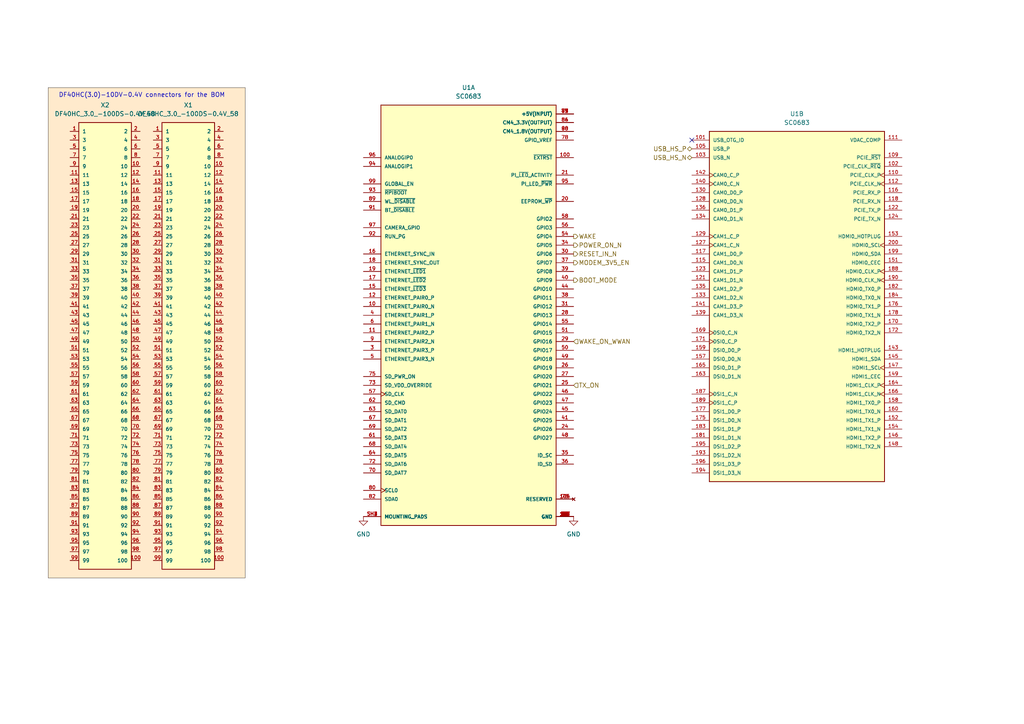
<source format=kicad_sch>
(kicad_sch (version 20250114) (generator "eeschema") (generator_version "9.0")
  (paper "A4")
  (lib_symbols
    (symbol "DF40HC_3.0_-100DS-0.4V_58:DF40HC_3.0_-100DS-0.4V_58" (pin_names (offset 1.016))
      (property "Reference" "X" (at -7.6228 63.523 0))
      (property "Value" "DF40HC_3.0_-100DS-0.4V_58" (at -7.6316 -68.6844 0))
      (symbol "DF40HC_3.0_-100DS-0.4V_58_0_0"
        (rectangle (start -7.62 -66.04) (end 7.62 63.5) (stroke (width 0.254)) (fill (type background)))
        (pin passive line (at -10.16 60.96 0) (length 2.54) (name "1") (number "1"))
        (pin passive line (at -10.16 58.42 0) (length 2.54) (name "3") (number "3"))
        (pin passive line (at -10.16 55.88 0) (length 2.54) (name "5") (number "5"))
        (pin passive line (at -10.16 53.34 0) (length 2.54) (name "7") (number "7"))
        (pin passive line (at -10.16 50.8 0) (length 2.54) (name "9") (number "9"))
        (pin passive line (at -10.16 48.26 0) (length 2.54) (name "11") (number "11"))
        (pin passive line (at -10.16 45.72 0) (length 2.54) (name "13") (number "13"))
        (pin passive line (at -10.16 43.18 0) (length 2.54) (name "15") (number "15"))
        (pin passive line (at -10.16 40.64 0) (length 2.54) (name "17") (number "17"))
        (pin passive line (at -10.16 38.1 0) (length 2.54) (name "19") (number "19"))
        (pin passive line (at -10.16 35.56 0) (length 2.54) (name "21") (number "21"))
        (pin passive line (at -10.16 33.02 0) (length 2.54) (name "23") (number "23"))
        (pin passive line (at -10.16 30.48 0) (length 2.54) (name "25") (number "25"))
        (pin passive line (at -10.16 27.94 0) (length 2.54) (name "27") (number "27"))
        (pin passive line (at -10.16 25.4 0) (length 2.54) (name "29") (number "29"))
        (pin passive line (at -10.16 22.86 0) (length 2.54) (name "31") (number "31"))
        (pin passive line (at -10.16 20.32 0) (length 2.54) (name "33") (number "33"))
        (pin passive line (at -10.16 17.78 0) (length 2.54) (name "35") (number "35"))
        (pin passive line (at -10.16 15.24 0) (length 2.54) (name "37") (number "37"))
        (pin passive line (at -10.16 12.7 0) (length 2.54) (name "39") (number "39"))
        (pin passive line (at -10.16 10.16 0) (length 2.54) (name "41") (number "41"))
        (pin passive line (at -10.16 7.62 0) (length 2.54) (name "43") (number "43"))
        (pin passive line (at -10.16 5.08 0) (length 2.54) (name "45") (number "45"))
        (pin passive line (at -10.16 2.54 0) (length 2.54) (name "47") (number "47"))
        (pin passive line (at -10.16 0 0) (length 2.54) (name "49") (number "49"))
        (pin passive line (at -10.16 -2.54 0) (length 2.54) (name "51") (number "51"))
        (pin passive line (at -10.16 -5.08 0) (length 2.54) (name "53") (number "53"))
        (pin passive line (at -10.16 -7.62 0) (length 2.54) (name "55") (number "55"))
        (pin passive line (at -10.16 -10.16 0) (length 2.54) (name "57") (number "57"))
        (pin passive line (at -10.16 -12.7 0) (length 2.54) (name "59") (number "59"))
        (pin passive line (at -10.16 -15.24 0) (length 2.54) (name "61") (number "61"))
        (pin passive line (at -10.16 -17.78 0) (length 2.54) (name "63") (number "63"))
        (pin passive line (at -10.16 -20.32 0) (length 2.54) (name "65") (number "65"))
        (pin passive line (at -10.16 -22.86 0) (length 2.54) (name "67") (number "67"))
        (pin passive line (at -10.16 -25.4 0) (length 2.54) (name "69") (number "69"))
        (pin passive line (at -10.16 -27.94 0) (length 2.54) (name "71") (number "71"))
        (pin passive line (at -10.16 -30.48 0) (length 2.54) (name "73") (number "73"))
        (pin passive line (at -10.16 -33.02 0) (length 2.54) (name "75") (number "75"))
        (pin passive line (at -10.16 -35.56 0) (length 2.54) (name "77") (number "77"))
        (pin passive line (at -10.16 -38.1 0) (length 2.54) (name "79") (number "79"))
        (pin passive line (at -10.16 -40.64 0) (length 2.54) (name "81") (number "81"))
        (pin passive line (at -10.16 -43.18 0) (length 2.54) (name "83") (number "83"))
        (pin passive line (at -10.16 -45.72 0) (length 2.54) (name "85") (number "85"))
        (pin passive line (at -10.16 -48.26 0) (length 2.54) (name "87") (number "87"))
        (pin passive line (at -10.16 -50.8 0) (length 2.54) (name "89") (number "89"))
        (pin passive line (at -10.16 -53.34 0) (length 2.54) (name "91") (number "91"))
        (pin passive line (at -10.16 -55.88 0) (length 2.54) (name "93") (number "93"))
        (pin passive line (at -10.16 -58.42 0) (length 2.54) (name "95") (number "95"))
        (pin passive line (at -10.16 -60.96 0) (length 2.54) (name "97") (number "97"))
        (pin passive line (at -10.16 -63.5 0) (length 2.54) (name "99") (number "99"))
        (pin passive line (at 10.16 60.96 180) (length 2.54) (name "2") (number "2"))
        (pin passive line (at 10.16 58.42 180) (length 2.54) (name "4") (number "4"))
        (pin passive line (at 10.16 55.88 180) (length 2.54) (name "6") (number "6"))
        (pin passive line (at 10.16 53.34 180) (length 2.54) (name "8") (number "8"))
        (pin passive line (at 10.16 50.8 180) (length 2.54) (name "10") (number "10"))
        (pin passive line (at 10.16 48.26 180) (length 2.54) (name "12") (number "12"))
        (pin passive line (at 10.16 45.72 180) (length 2.54) (name "14") (number "14"))
        (pin passive line (at 10.16 43.18 180) (length 2.54) (name "16") (number "16"))
        (pin passive line (at 10.16 40.64 180) (length 2.54) (name "18") (number "18"))
        (pin passive line (at 10.16 38.1 180) (length 2.54) (name "20") (number "20"))
        (pin passive line (at 10.16 35.56 180) (length 2.54) (name "22") (number "22"))
        (pin passive line (at 10.16 33.02 180) (length 2.54) (name "24") (number "24"))
        (pin passive line (at 10.16 30.48 180) (length 2.54) (name "26") (number "26"))
        (pin passive line (at 10.16 27.94 180) (length 2.54) (name "28") (number "28"))
        (pin passive line (at 10.16 25.4 180) (length 2.54) (name "30") (number "30"))
        (pin passive line (at 10.16 22.86 180) (length 2.54) (name "32") (number "32"))
        (pin passive line (at 10.16 20.32 180) (length 2.54) (name "34") (number "34"))
        (pin passive line (at 10.16 17.78 180) (length 2.54) (name "36") (number "36"))
        (pin passive line (at 10.16 15.24 180) (length 2.54) (name "38") (number "38"))
        (pin passive line (at 10.16 12.7 180) (length 2.54) (name "40") (number "40"))
        (pin passive line (at 10.16 10.16 180) (length 2.54) (name "42") (number "42"))
        (pin passive line (at 10.16 7.62 180) (length 2.54) (name "44") (number "44"))
        (pin passive line (at 10.16 5.08 180) (length 2.54) (name "46") (number "46"))
        (pin passive line (at 10.16 2.54 180) (length 2.54) (name "48") (number "48"))
        (pin passive line (at 10.16 0 180) (length 2.54) (name "50") (number "50"))
        (pin passive line (at 10.16 -2.54 180) (length 2.54) (name "52") (number "52"))
        (pin passive line (at 10.16 -5.08 180) (length 2.54) (name "54") (number "54"))
        (pin passive line (at 10.16 -7.62 180) (length 2.54) (name "56") (number "56"))
        (pin passive line (at 10.16 -10.16 180) (length 2.54) (name "58") (number "58"))
        (pin passive line (at 10.16 -12.7 180) (length 2.54) (name "60") (number "60"))
        (pin passive line (at 10.16 -15.24 180) (length 2.54) (name "62") (number "62"))
        (pin passive line (at 10.16 -17.78 180) (length 2.54) (name "64") (number "64"))
        (pin passive line (at 10.16 -20.32 180) (length 2.54) (name "66") (number "66"))
        (pin passive line (at 10.16 -22.86 180) (length 2.54) (name "68") (number "68"))
        (pin passive line (at 10.16 -25.4 180) (length 2.54) (name "70") (number "70"))
        (pin passive line (at 10.16 -27.94 180) (length 2.54) (name "72") (number "72"))
        (pin passive line (at 10.16 -30.48 180) (length 2.54) (name "74") (number "74"))
        (pin passive line (at 10.16 -33.02 180) (length 2.54) (name "76") (number "76"))
        (pin passive line (at 10.16 -35.56 180) (length 2.54) (name "78") (number "78"))
        (pin passive line (at 10.16 -38.1 180) (length 2.54) (name "80") (number "80"))
        (pin passive line (at 10.16 -40.64 180) (length 2.54) (name "82") (number "82"))
        (pin passive line (at 10.16 -43.18 180) (length 2.54) (name "84") (number "84"))
        (pin passive line (at 10.16 -45.72 180) (length 2.54) (name "86") (number "86"))
        (pin passive line (at 10.16 -48.26 180) (length 2.54) (name "88") (number "88"))
        (pin passive line (at 10.16 -50.8 180) (length 2.54) (name "90") (number "90"))
        (pin passive line (at 10.16 -53.34 180) (length 2.54) (name "92") (number "92"))
        (pin passive line (at 10.16 -55.88 180) (length 2.54) (name "94") (number "94"))
        (pin passive line (at 10.16 -58.42 180) (length 2.54) (name "96") (number "96"))
        (pin passive line (at 10.16 -60.96 180) (length 2.54) (name "98") (number "98"))
        (pin passive line (at 10.16 -63.5 180) (length 2.54) (name "100") (number "100"))
      )
    )
    (symbol "SC0683:SC0683" (pin_names (offset 1.016))
      (property "Reference" "U" (at -25.4 61.722 0))
      (property "Value" "SC0683" (at -25.4 -61.722 0))
      (symbol "SC0683_1_0"
        (rectangle (start -25.4 -60.96) (end 25.4 60.96) (stroke (width 0.254)) (fill (type background)))
        (pin input line (at -30.48 45.72 0) (length 5.08) (name "ANALOGIP0") (number "96"))
        (pin input line (at -30.48 43.18 0) (length 5.08) (name "ANALOGIP1") (number "94"))
        (pin input line (at -30.48 38.1 0) (length 5.08) (name "GLOBAL_EN") (number "99"))
        (pin input line (at -30.48 35.56 0) (length 5.08) (name "~{RPIBOOT}") (number "93"))
        (pin input line (at -30.48 33.02 0) (length 5.08) (name "WL_~{DISABLE}") (number "89"))
        (pin input line (at -30.48 30.48 0) (length 5.08) (name "BT_~{DISABLE}") (number "91"))
        (pin bidirectional line (at -30.48 25.4 0) (length 5.08) (name "CAMERA_GPIO") (number "97"))
        (pin bidirectional line (at -30.48 22.86 0) (length 5.08) (name "RUN_PG") (number "92"))
        (pin input line (at -30.48 17.78 0) (length 5.08) (name "ETHERNET_SYNC_IN") (number "16"))
        (pin output line (at -30.48 15.24 0) (length 5.08) (name "ETHERNET_SYNC_OUT") (number "18"))
        (pin output line (at -30.48 12.7 0) (length 5.08) (name "ETHERNET_~{LED1}") (number "19"))
        (pin output line (at -30.48 10.16 0) (length 5.08) (name "ETHERNET_~{LED2}") (number "17"))
        (pin output line (at -30.48 7.62 0) (length 5.08) (name "ETHERNET_~{LED3}") (number "15"))
        (pin bidirectional line (at -30.48 5.08 0) (length 5.08) (name "ETHERNET_PAIR0_P") (number "12"))
        (pin bidirectional line (at -30.48 2.54 0) (length 5.08) (name "ETHERNET_PAIR0_N") (number "10"))
        (pin bidirectional line (at -30.48 0 0) (length 5.08) (name "ETHERNET_PAIR1_P") (number "4"))
        (pin bidirectional line (at -30.48 -2.54 0) (length 5.08) (name "ETHERNET_PAIR1_N") (number "6"))
        (pin bidirectional line (at -30.48 -5.08 0) (length 5.08) (name "ETHERNET_PAIR2_P") (number "11"))
        (pin bidirectional line (at -30.48 -7.62 0) (length 5.08) (name "ETHERNET_PAIR2_N") (number "9"))
        (pin bidirectional line (at -30.48 -10.16 0) (length 5.08) (name "ETHERNET_PAIR3_P") (number "3"))
        (pin bidirectional line (at -30.48 -12.7 0) (length 5.08) (name "ETHERNET_PAIR3_N") (number "5"))
        (pin output line (at -30.48 -17.78 0) (length 5.08) (name "SD_PWR_ON") (number "75"))
        (pin input line (at -30.48 -20.32 0) (length 5.08) (name "SD_VDD_OVERRIDE") (number "73"))
        (pin bidirectional clock (at -30.48 -22.86 0) (length 5.08) (name "SD_CLK") (number "57"))
        (pin input line (at -30.48 -25.4 0) (length 5.08) (name "SD_CMD") (number "62"))
        (pin bidirectional line (at -30.48 -27.94 0) (length 5.08) (name "SD_DAT0") (number "63"))
        (pin bidirectional line (at -30.48 -30.48 0) (length 5.08) (name "SD_DAT1") (number "67"))
        (pin bidirectional line (at -30.48 -33.02 0) (length 5.08) (name "SD_DAT2") (number "69"))
        (pin bidirectional line (at -30.48 -35.56 0) (length 5.08) (name "SD_DAT3") (number "61"))
        (pin bidirectional line (at -30.48 -38.1 0) (length 5.08) (name "SD_DAT4") (number "68"))
        (pin bidirectional line (at -30.48 -40.64 0) (length 5.08) (name "SD_DAT5") (number "64"))
        (pin bidirectional line (at -30.48 -43.18 0) (length 5.08) (name "SD_DAT6") (number "72"))
        (pin bidirectional line (at -30.48 -45.72 0) (length 5.08) (name "SD_DAT7") (number "70"))
        (pin input clock (at -30.48 -50.8 0) (length 5.08) (name "SCL0") (number "80"))
        (pin bidirectional line (at -30.48 -53.34 0) (length 5.08) (name "SDA0") (number "82"))
        (pin passive line (at -30.48 -58.42 0) (length 5.08) (name "MOUNTING_PADS") (number "SH1"))
        (pin passive line (at -30.48 -58.42 0) (length 5.08) (name "MOUNTING_PADS") (number "SH2"))
        (pin passive line (at -30.48 -58.42 0) (length 5.08) (name "MOUNTING_PADS") (number "SH3"))
        (pin passive line (at -30.48 -58.42 0) (length 5.08) (name "MOUNTING_PADS") (number "SH4"))
        (pin power_in line (at 30.48 58.42 180) (length 5.08) (name "+5V(INPUT)") (number "77"))
        (pin power_in line (at 30.48 58.42 180) (length 5.08) (name "+5V(INPUT)") (number "79"))
        (pin power_in line (at 30.48 58.42 180) (length 5.08) (name "+5V(INPUT)") (number "81"))
        (pin power_in line (at 30.48 58.42 180) (length 5.08) (name "+5V(INPUT)") (number "83"))
        (pin power_in line (at 30.48 58.42 180) (length 5.08) (name "+5V(INPUT)") (number "85"))
        (pin power_in line (at 30.48 58.42 180) (length 5.08) (name "+5V(INPUT)") (number "87"))
        (pin power_in line (at 30.48 55.88 180) (length 5.08) (name "CM4_3.3V(OUTPUT)") (number "84"))
        (pin power_in line (at 30.48 55.88 180) (length 5.08) (name "CM4_3.3V(OUTPUT)") (number "86"))
        (pin power_in line (at 30.48 53.34 180) (length 5.08) (name "CM4_1.8V(OUTPUT)") (number "88"))
        (pin power_in line (at 30.48 53.34 180) (length 5.08) (name "CM4_1.8V(OUTPUT)") (number "90"))
        (pin power_in line (at 30.48 50.8 180) (length 5.08) (name "GPIO_VREF") (number "78"))
        (pin output line (at 30.48 45.72 180) (length 5.08) (name "~{EXTRST}") (number "100"))
        (pin bidirectional line (at 30.48 40.64 180) (length 5.08) (name "PI_~{LED}_ACTIVITY") (number "21"))
        (pin output line (at 30.48 38.1 180) (length 5.08) (name "PI_LED_~{PWR}") (number "95"))
        (pin bidirectional line (at 30.48 33.02 180) (length 5.08) (name "EEPROM_~{WP}") (number "20"))
        (pin bidirectional line (at 30.48 27.94 180) (length 5.08) (name "GPIO2") (number "58"))
        (pin bidirectional line (at 30.48 25.4 180) (length 5.08) (name "GPIO3") (number "56"))
        (pin bidirectional line (at 30.48 22.86 180) (length 5.08) (name "GPIO4") (number "54"))
        (pin bidirectional line (at 30.48 20.32 180) (length 5.08) (name "GPIO5") (number "34"))
        (pin bidirectional line (at 30.48 17.78 180) (length 5.08) (name "GPIO6") (number "30"))
        (pin bidirectional line (at 30.48 15.24 180) (length 5.08) (name "GPIO7") (number "37"))
        (pin bidirectional line (at 30.48 12.7 180) (length 5.08) (name "GPIO8") (number "39"))
        (pin bidirectional line (at 30.48 10.16 180) (length 5.08) (name "GPIO9") (number "40"))
        (pin bidirectional line (at 30.48 7.62 180) (length 5.08) (name "GPIO10") (number "44"))
        (pin bidirectional line (at 30.48 5.08 180) (length 5.08) (name "GPIO11") (number "38"))
        (pin bidirectional line (at 30.48 2.54 180) (length 5.08) (name "GPIO12") (number "31"))
        (pin bidirectional line (at 30.48 0 180) (length 5.08) (name "GPIO13") (number "28"))
        (pin bidirectional line (at 30.48 -2.54 180) (length 5.08) (name "GPIO14") (number "55"))
        (pin bidirectional line (at 30.48 -5.08 180) (length 5.08) (name "GPIO15") (number "51"))
        (pin bidirectional line (at 30.48 -7.62 180) (length 5.08) (name "GPIO16") (number "29"))
        (pin bidirectional line (at 30.48 -10.16 180) (length 5.08) (name "GPIO17") (number "50"))
        (pin bidirectional line (at 30.48 -12.7 180) (length 5.08) (name "GPIO18") (number "49"))
        (pin bidirectional line (at 30.48 -15.24 180) (length 5.08) (name "GPIO19") (number "26"))
        (pin bidirectional line (at 30.48 -17.78 180) (length 5.08) (name "GPIO20") (number "27"))
        (pin bidirectional line (at 30.48 -20.32 180) (length 5.08) (name "GPIO21") (number "25"))
        (pin bidirectional line (at 30.48 -22.86 180) (length 5.08) (name "GPIO22") (number "46"))
        (pin bidirectional line (at 30.48 -25.4 180) (length 5.08) (name "GPIO23") (number "47"))
        (pin bidirectional line (at 30.48 -27.94 180) (length 5.08) (name "GPIO24") (number "45"))
        (pin bidirectional line (at 30.48 -30.48 180) (length 5.08) (name "GPIO25") (number "41"))
        (pin bidirectional line (at 30.48 -33.02 180) (length 5.08) (name "GPIO26") (number "24"))
        (pin bidirectional line (at 30.48 -35.56 180) (length 5.08) (name "GPIO27") (number "48"))
        (pin bidirectional line (at 30.48 -40.64 180) (length 5.08) (name "ID_SC") (number "35"))
        (pin bidirectional line (at 30.48 -43.18 180) (length 5.08) (name "ID_SD") (number "36"))
        (pin no_connect line (at 30.48 -53.34 180) (length 5.08) (name "RESERVED") (number "104"))
        (pin no_connect line (at 30.48 -53.34 180) (length 5.08) (name "RESERVED") (number "106"))
        (pin no_connect line (at 30.48 -53.34 180) (length 5.08) (name "RESERVED") (number "76"))
        (pin power_in line (at 30.48 -58.42 180) (length 5.08) (name "GND") (number "1"))
        (pin power_in line (at 30.48 -58.42 180) (length 5.08) (name "GND") (number "107"))
        (pin power_in line (at 30.48 -58.42 180) (length 5.08) (name "GND") (number "108"))
        (pin power_in line (at 30.48 -58.42 180) (length 5.08) (name "GND") (number "113"))
        (pin power_in line (at 30.48 -58.42 180) (length 5.08) (name "GND") (number "114"))
        (pin power_in line (at 30.48 -58.42 180) (length 5.08) (name "GND") (number "119"))
        (pin power_in line (at 30.48 -58.42 180) (length 5.08) (name "GND") (number "120"))
        (pin power_in line (at 30.48 -58.42 180) (length 5.08) (name "GND") (number "125"))
        (pin power_in line (at 30.48 -58.42 180) (length 5.08) (name "GND") (number "126"))
        (pin power_in line (at 30.48 -58.42 180) (length 5.08) (name "GND") (number "13"))
        (pin power_in line (at 30.48 -58.42 180) (length 5.08) (name "GND") (number "131"))
        (pin power_in line (at 30.48 -58.42 180) (length 5.08) (name "GND") (number "132"))
        (pin power_in line (at 30.48 -58.42 180) (length 5.08) (name "GND") (number "137"))
        (pin power_in line (at 30.48 -58.42 180) (length 5.08) (name "GND") (number "138"))
        (pin power_in line (at 30.48 -58.42 180) (length 5.08) (name "GND") (number "14"))
        (pin power_in line (at 30.48 -58.42 180) (length 5.08) (name "GND") (number "144"))
        (pin power_in line (at 30.48 -58.42 180) (length 5.08) (name "GND") (number "150"))
        (pin power_in line (at 30.48 -58.42 180) (length 5.08) (name "GND") (number "155"))
        (pin power_in line (at 30.48 -58.42 180) (length 5.08) (name "GND") (number "156"))
        (pin power_in line (at 30.48 -58.42 180) (length 5.08) (name "GND") (number "161"))
        (pin power_in line (at 30.48 -58.42 180) (length 5.08) (name "GND") (number "162"))
        (pin power_in line (at 30.48 -58.42 180) (length 5.08) (name "GND") (number "167"))
        (pin power_in line (at 30.48 -58.42 180) (length 5.08) (name "GND") (number "168"))
        (pin power_in line (at 30.48 -58.42 180) (length 5.08) (name "GND") (number "173"))
        (pin power_in line (at 30.48 -58.42 180) (length 5.08) (name "GND") (number "174"))
        (pin power_in line (at 30.48 -58.42 180) (length 5.08) (name "GND") (number "179"))
        (pin power_in line (at 30.48 -58.42 180) (length 5.08) (name "GND") (number "180"))
        (pin power_in line (at 30.48 -58.42 180) (length 5.08) (name "GND") (number "185"))
        (pin power_in line (at 30.48 -58.42 180) (length 5.08) (name "GND") (number "186"))
        (pin power_in line (at 30.48 -58.42 180) (length 5.08) (name "GND") (number "191"))
        (pin power_in line (at 30.48 -58.42 180) (length 5.08) (name "GND") (number "192"))
        (pin power_in line (at 30.48 -58.42 180) (length 5.08) (name "GND") (number "197"))
        (pin power_in line (at 30.48 -58.42 180) (length 5.08) (name "GND") (number "198"))
        (pin power_in line (at 30.48 -58.42 180) (length 5.08) (name "GND") (number "2"))
        (pin power_in line (at 30.48 -58.42 180) (length 5.08) (name "GND") (number "22"))
        (pin power_in line (at 30.48 -58.42 180) (length 5.08) (name "GND") (number "23"))
        (pin power_in line (at 30.48 -58.42 180) (length 5.08) (name "GND") (number "32"))
        (pin power_in line (at 30.48 -58.42 180) (length 5.08) (name "GND") (number "33"))
        (pin power_in line (at 30.48 -58.42 180) (length 5.08) (name "GND") (number "42"))
        (pin power_in line (at 30.48 -58.42 180) (length 5.08) (name "GND") (number "43"))
        (pin power_in line (at 30.48 -58.42 180) (length 5.08) (name "GND") (number "52"))
        (pin power_in line (at 30.48 -58.42 180) (length 5.08) (name "GND") (number "53"))
        (pin power_in line (at 30.48 -58.42 180) (length 5.08) (name "GND") (number "59"))
        (pin power_in line (at 30.48 -58.42 180) (length 5.08) (name "GND") (number "60"))
        (pin power_in line (at 30.48 -58.42 180) (length 5.08) (name "GND") (number "65"))
        (pin power_in line (at 30.48 -58.42 180) (length 5.08) (name "GND") (number "66"))
        (pin power_in line (at 30.48 -58.42 180) (length 5.08) (name "GND") (number "7"))
        (pin power_in line (at 30.48 -58.42 180) (length 5.08) (name "GND") (number "71"))
        (pin power_in line (at 30.48 -58.42 180) (length 5.08) (name "GND") (number "74"))
        (pin power_in line (at 30.48 -58.42 180) (length 5.08) (name "GND") (number "8"))
        (pin power_in line (at 30.48 -58.42 180) (length 5.08) (name "GND") (number "98"))
      )
      (symbol "SC0683_2_0"
        (rectangle (start -25.4 -50.8) (end 25.4 50.8) (stroke (width 0.254)) (fill (type background)))
        (pin input line (at -30.48 48.26 0) (length 5.08) (name "USB_OTG_ID") (number "101"))
        (pin bidirectional line (at -30.48 45.72 0) (length 5.08) (name "USB_P") (number "105"))
        (pin bidirectional line (at -30.48 43.18 0) (length 5.08) (name "USB_N") (number "103"))
        (pin input clock (at -30.48 38.1 0) (length 5.08) (name "CAM0_C_P") (number "142"))
        (pin input clock (at -30.48 35.56 0) (length 5.08) (name "CAM0_C_N") (number "140"))
        (pin input line (at -30.48 33.02 0) (length 5.08) (name "CAM0_D0_P") (number "130"))
        (pin input line (at -30.48 30.48 0) (length 5.08) (name "CAM0_D0_N") (number "128"))
        (pin input line (at -30.48 27.94 0) (length 5.08) (name "CAM0_D1_P") (number "136"))
        (pin input line (at -30.48 25.4 0) (length 5.08) (name "CAM0_D1_N") (number "134"))
        (pin input clock (at -30.48 20.32 0) (length 5.08) (name "CAM1_C_P") (number "129"))
        (pin input clock (at -30.48 17.78 0) (length 5.08) (name "CAM1_C_N") (number "127"))
        (pin input line (at -30.48 15.24 0) (length 5.08) (name "CAM1_D0_P") (number "117"))
        (pin input line (at -30.48 12.7 0) (length 5.08) (name "CAM1_D0_N") (number "115"))
        (pin input line (at -30.48 10.16 0) (length 5.08) (name "CAM1_D1_P") (number "123"))
        (pin input line (at -30.48 7.62 0) (length 5.08) (name "CAM1_D1_N") (number "121"))
        (pin input line (at -30.48 5.08 0) (length 5.08) (name "CAM1_D2_P") (number "135"))
        (pin input line (at -30.48 2.54 0) (length 5.08) (name "CAM1_D2_N") (number "133"))
        (pin input line (at -30.48 0 0) (length 5.08) (name "CAM1_D3_P") (number "141"))
        (pin input line (at -30.48 -2.54 0) (length 5.08) (name "CAM1_D3_N") (number "139"))
        (pin output clock (at -30.48 -7.62 0) (length 5.08) (name "DSI0_C_N") (number "169"))
        (pin output clock (at -30.48 -10.16 0) (length 5.08) (name "DSI0_C_P") (number "171"))
        (pin output line (at -30.48 -12.7 0) (length 5.08) (name "DSI0_D0_P") (number "159"))
        (pin output line (at -30.48 -15.24 0) (length 5.08) (name "DSI0_D0_N") (number "157"))
        (pin output line (at -30.48 -17.78 0) (length 5.08) (name "DSI0_D1_P") (number "165"))
        (pin output line (at -30.48 -20.32 0) (length 5.08) (name "DSI0_D1_N") (number "163"))
        (pin output clock (at -30.48 -25.4 0) (length 5.08) (name "DSI1_C_N") (number "187"))
        (pin output clock (at -30.48 -27.94 0) (length 5.08) (name "DSI1_C_P") (number "189"))
        (pin output line (at -30.48 -30.48 0) (length 5.08) (name "DSI1_D0_P") (number "177"))
        (pin output line (at -30.48 -33.02 0) (length 5.08) (name "DSI1_D0_N") (number "175"))
        (pin output line (at -30.48 -35.56 0) (length 5.08) (name "DSI1_D1_P") (number "183"))
        (pin output line (at -30.48 -38.1 0) (length 5.08) (name "DSI1_D1_N") (number "181"))
        (pin output line (at -30.48 -40.64 0) (length 5.08) (name "DSI1_D2_P") (number "195"))
        (pin output line (at -30.48 -43.18 0) (length 5.08) (name "DSI1_D2_N") (number "193"))
        (pin output line (at -30.48 -45.72 0) (length 5.08) (name "DSI1_D3_P") (number "196"))
        (pin output line (at -30.48 -48.26 0) (length 5.08) (name "DSI1_D3_N") (number "194"))
        (pin output line (at 30.48 48.26 180) (length 5.08) (name "VDAC_COMP") (number "111"))
        (pin output line (at 30.48 43.18 180) (length 5.08) (name "PCIE_~{RST}") (number "109"))
        (pin input line (at 30.48 40.64 180) (length 5.08) (name "PCIE_CLK_~{REQ}") (number "102"))
        (pin output clock (at 30.48 38.1 180) (length 5.08) (name "PCIE_CLK_P") (number "110"))
        (pin output clock (at 30.48 35.56 180) (length 5.08) (name "PCIE_CLK_N") (number "112"))
        (pin input line (at 30.48 33.02 180) (length 5.08) (name "PCIE_RX_P") (number "116"))
        (pin input line (at 30.48 30.48 180) (length 5.08) (name "PCIE_RX_N") (number "118"))
        (pin output line (at 30.48 27.94 180) (length 5.08) (name "PCIE_TX_P") (number "122"))
        (pin output line (at 30.48 25.4 180) (length 5.08) (name "PCIE_TX_N") (number "124"))
        (pin input line (at 30.48 20.32 180) (length 5.08) (name "HDMI0_HOTPLUG") (number "153"))
        (pin bidirectional clock (at 30.48 17.78 180) (length 5.08) (name "HDMI0_SCL") (number "200"))
        (pin bidirectional line (at 30.48 15.24 180) (length 5.08) (name "HDMI0_SDA") (number "199"))
        (pin input line (at 30.48 12.7 180) (length 5.08) (name "HDMI0_CEC") (number "151"))
        (pin output clock (at 30.48 10.16 180) (length 5.08) (name "HDMI0_CLK_P") (number "188"))
        (pin output clock (at 30.48 7.62 180) (length 5.08) (name "HDMI0_CLK_N") (number "190"))
        (pin output line (at 30.48 5.08 180) (length 5.08) (name "HDMI0_TX0_P") (number "182"))
        (pin output line (at 30.48 2.54 180) (length 5.08) (name "HDMI0_TX0_N") (number "184"))
        (pin output line (at 30.48 0 180) (length 5.08) (name "HDMI0_TX1_P") (number "176"))
        (pin output line (at 30.48 -2.54 180) (length 5.08) (name "HDMI0_TX1_N") (number "178"))
        (pin output line (at 30.48 -5.08 180) (length 5.08) (name "HDMI0_TX2_P") (number "170"))
        (pin output line (at 30.48 -7.62 180) (length 5.08) (name "HDMI0_TX2_N") (number "172"))
        (pin input line (at 30.48 -12.7 180) (length 5.08) (name "HDMI1_HOTPLUG") (number "143"))
        (pin bidirectional line (at 30.48 -15.24 180) (length 5.08) (name "HDMI1_SDA") (number "145"))
        (pin bidirectional clock (at 30.48 -17.78 180) (length 5.08) (name "HDMI1_SCL") (number "147"))
        (pin input line (at 30.48 -20.32 180) (length 5.08) (name "HDMI1_CEC") (number "149"))
        (pin output clock (at 30.48 -22.86 180) (length 5.08) (name "HDMI1_CLK_P") (number "164"))
        (pin output clock (at 30.48 -25.4 180) (length 5.08) (name "HDMI1_CLK_N") (number "166"))
        (pin output line (at 30.48 -27.94 180) (length 5.08) (name "HDMI1_TX0_P") (number "158"))
        (pin output line (at 30.48 -30.48 180) (length 5.08) (name "HDMI1_TX0_N") (number "160"))
        (pin output line (at 30.48 -33.02 180) (length 5.08) (name "HDMI1_TX1_P") (number "152"))
        (pin output line (at 30.48 -35.56 180) (length 5.08) (name "HDMI1_TX1_N") (number "154"))
        (pin output line (at 30.48 -38.1 180) (length 5.08) (name "HDMI1_TX2_P") (number "146"))
        (pin output line (at 30.48 -40.64 180) (length 5.08) (name "HDMI1_TX2_N") (number "148"))
      )
    )
    (symbol "power:GND" (power) (pin_numbers (hide yes)) (pin_names (offset 0) (hide yes))
      (property "Value" "GND" (at 0 -3.81 0))
      (symbol "GND_0_1"
        (polyline (pts (xy 0 0) (xy 0 -1.27) (xy 1.27 -1.27) (xy 0 -2.54) (xy -1.27 -1.27) (xy 0 -1.27)))
      )
      (symbol "GND_1_1"
        (pin power_in line (at 0 0 270) (length 0) (name "~") (number "1"))
      )
    )
  )
  (text "DF40HC(3.0)-10DV-0.4V connectors for the BOM" (at 41.148 27.686 0) (effects (font (size 1.27 1.27))))
  (text_box "" (at 13.97 25.4 0) (size 57.15 142.24) (margins 0.9525 0.9525 0.9525 0.9525) (stroke (width 0.0508) (color 19 19 19 1)) (fill (type color) (color 255 153 0 0.2)) (effects (font (size 1.27 1.27)) (justify left top)))
  (no_connect (at 200.66 40.64))
  (hierarchical_label "RESET_IN_N" (shape output) (at 166.37 73.66 0))
  (hierarchical_label "TX_ON" (shape input) (at 166.37 111.76 0))
  (hierarchical_label "BOOT_MODE" (shape output) (at 166.37 81.28 0))
  (hierarchical_label "USB_HS_N" (shape bidirectional) (at 200.66 45.72 180))
  (hierarchical_label "MODEM_3V5_EN" (shape output) (at 166.37 76.2 0))
  (hierarchical_label "WAKE_ON_WWAN" (shape input) (at 166.37 99.06 0))
  (hierarchical_label "USB_HS_P" (shape bidirectional) (at 200.66 43.18 180))
  (hierarchical_label "WAKE" (shape output) (at 166.37 68.58 0))
  (hierarchical_label "POWER_ON_N" (shape output) (at 166.37 71.12 0))
  (symbol (lib_id "power:GND") (at 105.41 149.86 0) (unit 1)
    (property "Reference" "#PWR03" (effects (hide yes)))
    (property "Value" "GND" (at 105.41 154.94 0))
    (property "Description" "Power symbol creates a global label with name \"GND\" , ground" (effects (hide yes)))
  )
  (symbol (lib_id "DF40HC_3.0_-100DS-0.4V_58:DF40HC_3.0_-100DS-0.4V_58") (at 54.61 99.06 0) (unit 1) (on_board no)
    (property "Reference" "X1" (at 54.61 30.48 0))
    (property "Value" "DF40HC_3.0_-100DS-0.4V_58" (at 54.61 33.02 0))
    (property "Footprint" "DF40HC_3.0_-100DS-0.4V_58:HRS_DF40HC_3.0_-100DS-0.4V_58" (effects (hide yes)))
    (property "MF" "Hirose Electric" (effects (hide yes)))
    (property "Description_1" "100 Position Connector Receptacle, Center Strip Contacts Surface Mount Gold" (effects (hide yes)))
    (property "Package" "None" (effects (hide yes)))
    (property "Price" "None" (effects (hide yes)))
    (property "Check_prices" "https://www.snapeda.com/parts/DF40HC(3.0)-100DS-0.4V(58/Hirose/view-part/?ref=eda" (effects (hide yes)))
    (property "SnapEDA_Link" "https://www.snapeda.com/parts/DF40HC(3.0)-100DS-0.4V(58/Hirose/view-part/?ref=snap" (effects (hide yes)))
    (property "MP" "DF40HC(3.0)-100DS-0.4V(58" (effects (hide yes)))
    (property "Availability" "Not in stock" (effects (hide yes)))
    (property "MANUFACTURER" "HRS" (effects (hide yes)))
  )
  (symbol (lib_id "SC0683:SC0683") (at 135.89 91.44 0) (unit 1)
    (property "Reference" "U1" (at 135.89 25.4 0))
    (property "Value" "SC0683" (at 135.89 27.94 0))
    (property "Footprint" "SC0683:MODULE_SC0683" (effects (hide yes)))
    (property "MF" "Raspberry Pi" (effects (hide yes)))
    (property "MAXIMUM_PACKAGE_HEIGHT" "5.188 mm" (effects (hide yes)))
    (property "Package" "None" (effects (hide yes)))
    (property "Price" "None" (effects (hide yes)))
    (property "Check_prices" "https://www.snapeda.com/parts/SC0683/Raspberry+Pi/view-part/?ref=eda" (effects (hide yes)))
    (property "STANDARD" "Manufacturer Recommendations" (effects (hide yes)))
    (property "PARTREV" "2021-10-12" (effects (hide yes)))
    (property "SnapEDA_Link" "https://www.snapeda.com/parts/SC0683/Raspberry+Pi/view-part/?ref=snap" (effects (hide yes)))
    (property "MP" "SC0683" (effects (hide yes)))
    (property "Description_1" "The Raspberry Pi Compute Module 4 Rev 5 CM4004000 lite is a high-performance embedded computer ideal for a variety of applications. Featuring a 1.5GHz quad-core ARM Cortex-A72 processor and 4GB of RAM, it delivers significant processing power and efficient multitasking capabilities. Connectivity options include GbE Ethernet and USB 2.0, along with expansion sites for I2C, SPI, and UART interfaces. With 28 digital I/O lines and video outputs such as CSI, DPI, DSI, and HDMI, this SBC offers many different interfacing options for all of your projects." (effects (hide yes)))
    (property "Availability" "In Stock" (effects (hide yes)))
    (property "MANUFACTURER" "Raspberry Pi" (effects (hide yes)))
  )
  (symbol (lib_id "SC0683:SC0683") (at 231.14 88.9 0) (unit 2)
    (property "Reference" "U1" (at 231.14 33.02 0))
    (property "Value" "SC0683" (at 231.14 35.56 0))
    (property "Footprint" "SC0683:MODULE_SC0683" (effects (hide yes)))
    (property "MF" "Raspberry Pi" (effects (hide yes)))
    (property "MAXIMUM_PACKAGE_HEIGHT" "5.188 mm" (effects (hide yes)))
    (property "Package" "None" (effects (hide yes)))
    (property "Price" "None" (effects (hide yes)))
    (property "Check_prices" "https://www.snapeda.com/parts/SC0683/Raspberry+Pi/view-part/?ref=eda" (effects (hide yes)))
    (property "STANDARD" "Manufacturer Recommendations" (effects (hide yes)))
    (property "PARTREV" "2021-10-12" (effects (hide yes)))
    (property "SnapEDA_Link" "https://www.snapeda.com/parts/SC0683/Raspberry+Pi/view-part/?ref=snap" (effects (hide yes)))
    (property "MP" "SC0683" (effects (hide yes)))
    (property "Description_1" "The Raspberry Pi Compute Module 4 Rev 5 CM4004000 lite is a high-performance embedded computer ideal for a variety of applications. Featuring a 1.5GHz quad-core ARM Cortex-A72 processor and 4GB of RAM, it delivers significant processing power and efficient multitasking capabilities. Connectivity options include GbE Ethernet and USB 2.0, along with expansion sites for I2C, SPI, and UART interfaces. With 28 digital I/O lines and video outputs such as CSI, DPI, DSI, and HDMI, this SBC offers many different interfacing options for all of your projects." (effects (hide yes)))
    (property "Availability" "In Stock" (effects (hide yes)))
    (property "MANUFACTURER" "Raspberry Pi" (effects (hide yes)))
  )
  (symbol (lib_id "DF40HC_3.0_-100DS-0.4V_58:DF40HC_3.0_-100DS-0.4V_58") (at 30.48 99.06 0) (unit 1) (on_board no)
    (property "Reference" "X2" (at 30.48 30.48 0))
    (property "Value" "DF40HC_3.0_-100DS-0.4V_58" (at 30.48 33.02 0))
    (property "Footprint" "DF40HC_3.0_-100DS-0.4V_58:HRS_DF40HC_3.0_-100DS-0.4V_58" (effects (hide yes)))
    (property "MF" "Hirose Electric" (effects (hide yes)))
    (property "Description_1" "100 Position Connector Receptacle, Center Strip Contacts Surface Mount Gold" (effects (hide yes)))
    (property "Package" "None" (effects (hide yes)))
    (property "Price" "None" (effects (hide yes)))
    (property "Check_prices" "https://www.snapeda.com/parts/DF40HC(3.0)-100DS-0.4V(58/Hirose/view-part/?ref=eda" (effects (hide yes)))
    (property "SnapEDA_Link" "https://www.snapeda.com/parts/DF40HC(3.0)-100DS-0.4V(58/Hirose/view-part/?ref=snap" (effects (hide yes)))
    (property "MP" "DF40HC(3.0)-100DS-0.4V(58" (effects (hide yes)))
    (property "Availability" "Not in stock" (effects (hide yes)))
    (property "MANUFACTURER" "HRS" (effects (hide yes)))
  )
  (symbol (lib_id "power:GND") (at 166.37 149.86 0) (unit 1)
    (property "Reference" "#PWR04" (effects (hide yes)))
    (property "Value" "GND" (at 166.37 154.94 0))
    (property "Description" "Power symbol creates a global label with name \"GND\" , ground" (effects (hide yes)))
  )
)
</source>
